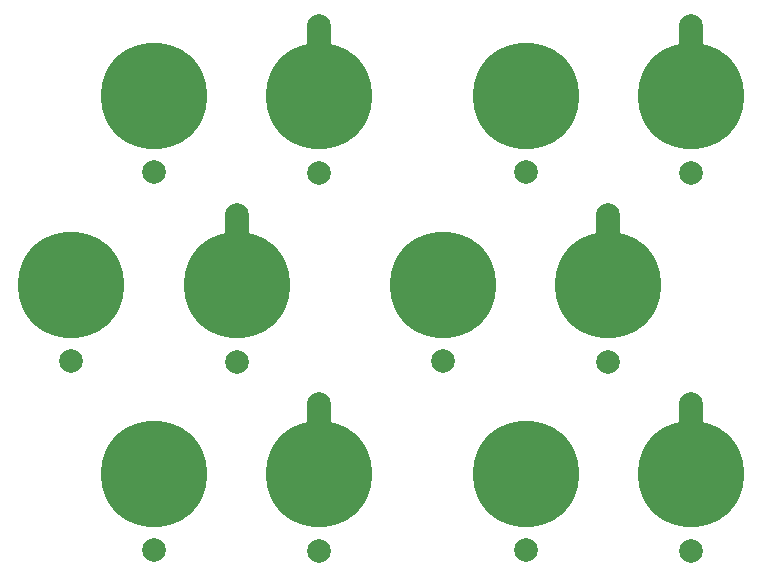
<source format=gbr>
%TF.GenerationSoftware,KiCad,Pcbnew,9.0.2*%
%TF.CreationDate,2025-08-05T01:23:02+01:00*%
%TF.ProjectId,led_jewellery,6c65645f-6a65-4776-956c-6c6572792e6b,rev?*%
%TF.SameCoordinates,Original*%
%TF.FileFunction,Copper,L2,Bot*%
%TF.FilePolarity,Positive*%
%FSLAX46Y46*%
G04 Gerber Fmt 4.6, Leading zero omitted, Abs format (unit mm)*
G04 Created by KiCad (PCBNEW 9.0.2) date 2025-08-05 01:23:02*
%MOMM*%
%LPD*%
G01*
G04 APERTURE LIST*
%TA.AperFunction,SMDPad,CuDef*%
%ADD10C,9.000000*%
%TD*%
%TA.AperFunction,ViaPad*%
%ADD11C,2.000000*%
%TD*%
%TA.AperFunction,ViaPad*%
%ADD12C,0.800000*%
%TD*%
%TA.AperFunction,Conductor*%
%ADD13C,0.200000*%
%TD*%
%TA.AperFunction,Conductor*%
%ADD14C,2.000000*%
%TD*%
G04 APERTURE END LIST*
D10*
%TO.P,J2,1,Pin_1*%
%TO.N,/BAT+*%
X128997796Y-113898462D03*
%TD*%
%TO.P,J2,1,Pin_1*%
%TO.N,/BAT+*%
X121997754Y-97898803D03*
%TD*%
%TO.P,J1,1,Pin_1*%
%TO.N,/BAT-*%
X111533913Y-81898432D03*
%TD*%
%TO.P,J1,1,Pin_1*%
%TO.N,/BAT-*%
X142997477Y-113898403D03*
%TD*%
%TO.P,J2,1,Pin_1*%
%TO.N,/BAT+*%
X90534190Y-97898832D03*
%TD*%
%TO.P,J1,1,Pin_1*%
%TO.N,/BAT-*%
X135997435Y-97898744D03*
%TD*%
%TO.P,J2,1,Pin_1*%
%TO.N,/BAT+*%
X97534232Y-81898491D03*
%TD*%
%TO.P,J2,1,Pin_1*%
%TO.N,/BAT+*%
X97534232Y-113898491D03*
%TD*%
%TO.P,J1,1,Pin_1*%
%TO.N,/BAT-*%
X111533913Y-113898432D03*
%TD*%
%TO.P,J2,1,Pin_1*%
%TO.N,/BAT+*%
X128997796Y-81898462D03*
%TD*%
%TO.P,J1,1,Pin_1*%
%TO.N,/BAT-*%
X104533871Y-97898773D03*
%TD*%
%TO.P,J1,1,Pin_1*%
%TO.N,/BAT-*%
X142997477Y-81898403D03*
%TD*%
D11*
%TO.N,/LED+*%
X142997478Y-88422403D03*
X90534190Y-104325832D03*
X111533914Y-120422432D03*
X128997796Y-88325462D03*
X111533914Y-88422432D03*
X135997436Y-104422744D03*
X104533872Y-104422773D03*
X97534232Y-88325491D03*
X97534232Y-120325491D03*
X128997796Y-120325462D03*
X121997754Y-104325803D03*
X142997478Y-120422403D03*
%TO.N,/BAT-*%
X142997478Y-107898403D03*
X111533914Y-107898432D03*
D12*
X108033871Y-97898773D03*
D11*
X111533914Y-75898432D03*
X135997436Y-91898744D03*
D12*
X108033913Y-81898432D03*
D11*
X104533872Y-91898773D03*
D12*
X115033913Y-81898432D03*
D11*
X142997478Y-75898403D03*
D12*
X146497477Y-81898403D03*
X108033913Y-113898432D03*
X132497435Y-97898744D03*
X139497435Y-97898744D03*
X139497477Y-113898403D03*
X101033871Y-97898773D03*
X146497477Y-113898403D03*
X115033913Y-113898432D03*
X139497477Y-81898403D03*
%TO.N,/BAT+*%
X129497796Y-82398462D03*
X90034190Y-97398832D03*
X97034232Y-82398491D03*
X98034232Y-81398491D03*
X122497754Y-98398803D03*
X98034232Y-82398491D03*
X128497796Y-82398462D03*
X129497796Y-81398462D03*
X97034232Y-81398491D03*
X122497754Y-97398803D03*
X121497754Y-97398803D03*
X98034232Y-113398491D03*
X128497796Y-114398462D03*
X129497796Y-114398462D03*
X128497796Y-81398462D03*
X121497754Y-98398803D03*
X97034232Y-113398491D03*
X90034190Y-98398832D03*
X91034190Y-97398832D03*
X91034190Y-98398832D03*
X97034232Y-114398491D03*
X129497796Y-113398462D03*
X128497796Y-113398462D03*
X98034232Y-114398491D03*
%TD*%
D13*
%TO.N,/BAT-*%
X142997478Y-113898402D02*
X142997477Y-113898403D01*
X111533914Y-113898431D02*
X111533913Y-113898432D01*
X135997436Y-97898743D02*
X135997435Y-97898744D01*
D14*
X111533914Y-107898432D02*
X111533914Y-113898431D01*
X135997436Y-91898744D02*
X135997436Y-97898743D01*
D13*
X104533872Y-97898772D02*
X104533871Y-97898773D01*
X142997478Y-81898402D02*
X142997477Y-81898403D01*
X111533914Y-81898431D02*
X111533913Y-81898432D01*
D14*
X142997478Y-75898403D02*
X142997478Y-81898402D01*
X111533914Y-75898432D02*
X111533914Y-81898431D01*
X142997478Y-107898403D02*
X142997478Y-113898402D01*
X104533872Y-91898773D02*
X104533872Y-97898772D01*
%TD*%
M02*

</source>
